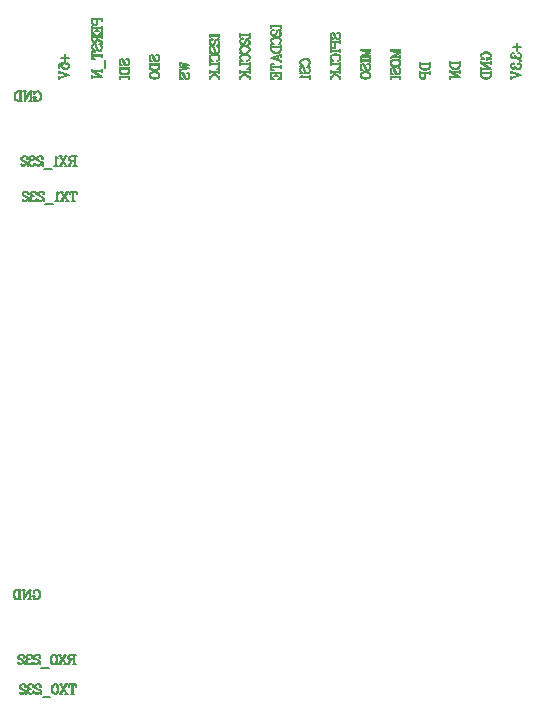
<source format=gbo>
%FSLAX44Y44*%
%MOMM*%
G71*
G01*
G75*
G04 Layer_Color=32896*
%ADD10R,0.6000X2.2000*%
%ADD11R,2.0000X1.5000*%
%ADD12R,0.8000X0.6000*%
%ADD13R,0.6000X0.8000*%
%ADD14R,1.2700X1.5240*%
%ADD15R,1.2700X1.2700*%
%ADD16R,0.8000X0.9000*%
%ADD17R,0.8000X0.4000*%
%ADD18O,3.3000X1.5000*%
%ADD19C,0.2540*%
%ADD20C,0.7620*%
%ADD21C,0.5080*%
%ADD22R,2.6590X2.6992*%
%ADD23R,3.6830X1.3208*%
%ADD24O,5.0800X2.5400*%
%ADD25O,2.5400X5.0800*%
%ADD26P,1.7046X8X112.5*%
%ADD27C,1.5748*%
%ADD28C,1.5750*%
%ADD29O,3.0000X5.0000*%
%ADD30C,2.5000*%
%ADD31C,3.2500*%
%ADD32C,1.2000*%
%ADD33O,1.5000X1.2000*%
%ADD34C,1.5000*%
%ADD35C,3.2000*%
%ADD36R,1.5000X1.5000*%
%ADD37C,1.3000*%
%ADD38R,1.2000X1.2000*%
%ADD39R,1.3000X1.3000*%
%ADD40O,0.9000X1.4000*%
%ADD41C,4.0000*%
%ADD42C,0.7112*%
%ADD43C,0.8000*%
%ADD44C,1.2700*%
%ADD45C,1.0160*%
%ADD46R,2.6082X2.7000*%
%ADD47C,1.1000*%
%ADD48C,0.2000*%
%ADD49C,0.2500*%
%ADD50C,0.2032*%
%ADD51C,0.1500*%
%ADD52C,0.1001*%
%ADD53C,0.1000*%
%ADD54C,0.3048*%
%ADD55C,0.1270*%
%ADD56C,0.1016*%
%ADD57C,0.1200*%
%ADD58C,0.1524*%
%ADD59R,0.8032X2.4032*%
%ADD60R,2.2032X1.7032*%
%ADD61R,1.0032X0.8032*%
%ADD62R,0.8032X1.0032*%
%ADD63R,1.4732X1.7272*%
%ADD64R,1.4732X1.4732*%
%ADD65R,1.0032X1.1032*%
%ADD66R,1.0032X0.6032*%
%ADD67O,3.5032X1.7032*%
%ADD68O,5.2832X2.7432*%
%ADD69O,2.7432X5.2832*%
%ADD70P,1.9245X8X112.5*%
%ADD71C,1.7780*%
%ADD72C,1.7782*%
%ADD73O,3.2032X5.2032*%
%ADD74C,2.7032*%
%ADD75C,3.4532*%
%ADD76C,1.4032*%
%ADD77O,1.7032X1.4032*%
%ADD78C,1.7032*%
%ADD79C,3.4032*%
%ADD80R,1.7032X1.7032*%
%ADD81C,1.5032*%
%ADD82R,1.4032X1.4032*%
%ADD83R,1.5032X1.5032*%
%ADD84O,1.1032X1.6032*%
%ADD85C,4.2032*%
%ADD86C,1.3032*%
D51*
X327002Y925995D02*
X335000D01*
X327002Y925614D02*
X335000D01*
X327002Y927137D02*
Y924471D01*
X335000Y927137D02*
Y924471D01*
X328525Y922643D02*
X328906Y922262D01*
X329287Y922643D01*
X328906Y923024D01*
X328525D01*
X327763Y922643D01*
X327383Y922262D01*
X327002Y921120D01*
Y919596D01*
X327383Y918454D01*
X327763Y918073D01*
X328525Y917692D01*
X329287D01*
X330049Y918073D01*
X330810Y919215D01*
X331572Y921120D01*
X331953Y921881D01*
X332715Y922643D01*
X333857Y923024D01*
X335000D01*
X327002Y919596D02*
X327383Y918835D01*
X327763Y918454D01*
X328525Y918073D01*
X329287D01*
X330049Y918454D01*
X330810Y919596D01*
X331572Y921120D01*
X334238Y923024D02*
X333857Y922643D01*
Y921881D01*
X334619Y919977D01*
Y918835D01*
X334238Y918073D01*
X333857Y917692D01*
X333096D01*
X333857Y921881D02*
X335000Y919977D01*
Y918454D01*
X334619Y918073D01*
X333857Y917692D01*
X328144Y911179D02*
X329287Y910798D01*
X327002D01*
X328144Y911179D01*
X327383Y911941D01*
X327002Y913083D01*
Y913845D01*
X327383Y914988D01*
X328144Y915749D01*
X328906Y916130D01*
X330049Y916511D01*
X331953D01*
X333096Y916130D01*
X333857Y915749D01*
X334619Y914988D01*
X335000Y913845D01*
Y913083D01*
X334619Y911941D01*
X333857Y911179D01*
X333096Y910798D01*
X327002Y913845D02*
X327383Y914607D01*
X328144Y915368D01*
X328906Y915749D01*
X330049Y916130D01*
X331953D01*
X333096Y915749D01*
X333857Y915368D01*
X334619Y914607D01*
X335000Y913845D01*
X327002Y908513D02*
X335000D01*
X327002Y908132D02*
X335000D01*
X327002Y909656D02*
Y905847D01*
X327383Y904704D01*
X328144Y903942D01*
X328906Y903561D01*
X330049Y903181D01*
X331953D01*
X333096Y903561D01*
X333857Y903942D01*
X334619Y904704D01*
X335000Y905847D01*
Y909656D01*
X327002Y905847D02*
X327383Y905085D01*
X328144Y904323D01*
X328906Y903942D01*
X330049Y903561D01*
X331953D01*
X333096Y903942D01*
X333857Y904323D01*
X334619Y905085D01*
X335000Y905847D01*
X327002Y898686D02*
X335000Y901352D01*
X327002Y898686D02*
X335000Y896020D01*
X328144Y898686D02*
X335000Y896401D01*
X332715Y900591D02*
Y897163D01*
X335000Y902114D02*
Y899829D01*
Y897544D02*
Y895258D01*
X327002Y891564D02*
X335000D01*
X327002Y891183D02*
X335000D01*
X327002Y893849D02*
X329287Y894230D01*
X327002D01*
Y888517D01*
X329287D01*
X327002Y888898D01*
X335000Y892707D02*
Y890041D01*
X327002Y886232D02*
X335000D01*
X327002Y885851D02*
X335000D01*
X329287Y883566D02*
X332334D01*
X327002Y887374D02*
Y881281D01*
X329287D01*
X327002Y881661D01*
X330810Y885851D02*
Y883566D01*
X335000Y887374D02*
Y881281D01*
X332715D01*
X335000Y881661D01*
X478506Y894916D02*
X486504D01*
X478506Y894535D02*
X486504D01*
X478506Y896058D02*
Y892250D01*
X478887Y891107D01*
X479648Y890345D01*
X480410Y889964D01*
X481553Y889584D01*
X483457D01*
X484600Y889964D01*
X485361Y890345D01*
X486123Y891107D01*
X486504Y892250D01*
Y896058D01*
X478506Y892250D02*
X478887Y891488D01*
X479648Y890726D01*
X480410Y890345D01*
X481553Y889964D01*
X483457D01*
X484600Y890345D01*
X485361Y890726D01*
X486123Y891488D01*
X486504Y892250D01*
X478506Y887374D02*
X486504D01*
X478506Y886994D02*
X485742Y882423D01*
X479267Y886994D02*
X486504Y882423D01*
X478506D02*
X486504D01*
X478506Y888517D02*
Y886994D01*
Y883566D02*
Y881281D01*
X486504Y888517D02*
Y886232D01*
X453106Y894154D02*
X461104D01*
X453106Y893773D02*
X461104D01*
X453106Y895297D02*
Y891488D01*
X453487Y890345D01*
X454248Y889584D01*
X455010Y889203D01*
X456153Y888822D01*
X458057D01*
X459200Y889203D01*
X459961Y889584D01*
X460723Y890345D01*
X461104Y891488D01*
Y895297D01*
X453106Y891488D02*
X453487Y890726D01*
X454248Y889964D01*
X455010Y889584D01*
X456153Y889203D01*
X458057D01*
X459200Y889584D01*
X459961Y889964D01*
X460723Y890726D01*
X461104Y891488D01*
X453106Y886613D02*
X461104D01*
X453106Y886232D02*
X461104D01*
X453106Y887755D02*
Y883185D01*
X453487Y882042D01*
X453867Y881661D01*
X454629Y881281D01*
X455772D01*
X456534Y881661D01*
X456914Y882042D01*
X457295Y883185D01*
Y886232D01*
X453106Y883185D02*
X453487Y882423D01*
X453867Y882042D01*
X454629Y881661D01*
X455772D01*
X456534Y882042D01*
X456914Y882423D01*
X457295Y883185D01*
X461104Y887755D02*
Y885089D01*
X428019Y905428D02*
X436017D01*
X428019Y905047D02*
X434875Y902762D01*
X428019Y905428D02*
X436017Y902762D01*
X428019Y900096D02*
X436017Y902762D01*
X428019Y900096D02*
X436017D01*
X428019Y899715D02*
X436017D01*
X428019Y906570D02*
Y905047D01*
Y900096D02*
Y898572D01*
X436017Y906570D02*
Y904285D01*
Y901238D02*
Y898572D01*
X428019Y894992D02*
X428400Y896134D01*
X429161Y896896D01*
X429923Y897277D01*
X431447Y897658D01*
X432589D01*
X434113Y897277D01*
X434875Y896896D01*
X435636Y896134D01*
X436017Y894992D01*
Y894230D01*
X435636Y893087D01*
X434875Y892326D01*
X434113Y891945D01*
X432589Y891564D01*
X431447D01*
X429923Y891945D01*
X429161Y892326D01*
X428400Y893087D01*
X428019Y894230D01*
Y894992D01*
X428400Y895754D01*
X429161Y896515D01*
X429923Y896896D01*
X431447Y897277D01*
X432589D01*
X434113Y896896D01*
X434875Y896515D01*
X435636Y895754D01*
X436017Y894992D01*
Y894230D02*
X435636Y893468D01*
X434875Y892707D01*
X434113Y892326D01*
X432589Y891945D01*
X431447D01*
X429923Y892326D01*
X429161Y892707D01*
X428400Y893468D01*
X428019Y894230D01*
X429161Y885508D02*
X428019Y885127D01*
X430304D01*
X429161Y885508D01*
X428400Y886270D01*
X428019Y887412D01*
Y888555D01*
X428400Y889698D01*
X429161Y890460D01*
X429923D01*
X430685Y890079D01*
X431066Y889698D01*
X431447Y888936D01*
X432209Y886651D01*
X432589Y885889D01*
X433351Y885127D01*
X429923Y890460D02*
X430685Y889698D01*
X431066Y888936D01*
X431828Y886651D01*
X432209Y885889D01*
X432589Y885508D01*
X433351Y885127D01*
X434875D01*
X435636Y885889D01*
X436017Y887032D01*
Y888174D01*
X435636Y889317D01*
X434875Y890079D01*
X433732Y890460D01*
X436017D01*
X434875Y890079D01*
X428019Y882804D02*
X436017D01*
X428019Y882423D02*
X436017D01*
X428019Y883947D02*
Y881281D01*
X436017Y883947D02*
Y881281D01*
X402507Y905770D02*
X410505D01*
X402507Y905390D02*
X409362Y903104D01*
X402507Y905770D02*
X410505Y903104D01*
X402507Y900438D02*
X410505Y903104D01*
X402507Y900438D02*
X410505D01*
X402507Y900057D02*
X410505D01*
X402507Y906913D02*
Y905390D01*
Y900438D02*
Y898915D01*
X410505Y906913D02*
Y904628D01*
Y901581D02*
Y898915D01*
X402507Y896858D02*
X410505D01*
X402507Y896477D02*
X410505D01*
X402507Y898001D02*
Y895335D01*
X410505Y898001D02*
Y895335D01*
X403649Y888936D02*
X402507Y888555D01*
X404792D01*
X403649Y888936D01*
X402888Y889698D01*
X402507Y890840D01*
Y891983D01*
X402888Y893126D01*
X403649Y893887D01*
X404411D01*
X405173Y893506D01*
X405554Y893126D01*
X405935Y892364D01*
X406696Y890079D01*
X407077Y889317D01*
X407839Y888555D01*
X404411Y893887D02*
X405173Y893126D01*
X405554Y892364D01*
X406315Y890079D01*
X406696Y889317D01*
X407077Y888936D01*
X407839Y888555D01*
X409362D01*
X410124Y889317D01*
X410505Y890460D01*
Y891602D01*
X410124Y892745D01*
X409362Y893506D01*
X408220Y893887D01*
X410505D01*
X409362Y893506D01*
X402507Y884708D02*
X402888Y885851D01*
X403649Y886613D01*
X404411Y886994D01*
X405935Y887374D01*
X407077D01*
X408601Y886994D01*
X409362Y886613D01*
X410124Y885851D01*
X410505Y884708D01*
Y883947D01*
X410124Y882804D01*
X409362Y882042D01*
X408601Y881661D01*
X407077Y881281D01*
X405935D01*
X404411Y881661D01*
X403649Y882042D01*
X402888Y882804D01*
X402507Y883947D01*
Y884708D01*
X402888Y885470D01*
X403649Y886232D01*
X404411Y886613D01*
X405935Y886994D01*
X407077D01*
X408601Y886613D01*
X409362Y886232D01*
X410124Y885470D01*
X410505Y884708D01*
Y883947D02*
X410124Y883185D01*
X409362Y882423D01*
X408601Y882042D01*
X407077Y881661D01*
X405935D01*
X404411Y882042D01*
X403649Y882423D01*
X402888Y883185D01*
X402507Y883947D01*
X378137Y915445D02*
X376995Y915064D01*
X379280D01*
X378137Y915445D01*
X377376Y916206D01*
X376995Y917349D01*
Y918492D01*
X377376Y919634D01*
X378137Y920396D01*
X378899D01*
X379661Y920015D01*
X380042Y919634D01*
X380423Y918873D01*
X381184Y916587D01*
X381565Y915826D01*
X382327Y915064D01*
X378899Y920396D02*
X379661Y919634D01*
X380042Y918873D01*
X380803Y916587D01*
X381184Y915826D01*
X381565Y915445D01*
X382327Y915064D01*
X383850D01*
X384612Y915826D01*
X384993Y916968D01*
Y918111D01*
X384612Y919253D01*
X383850Y920015D01*
X382708Y920396D01*
X384993D01*
X383850Y920015D01*
X376995Y912740D02*
X384993D01*
X376995Y912360D02*
X384993D01*
X376995Y913883D02*
Y909313D01*
X377376Y908170D01*
X377756Y907789D01*
X378518Y907408D01*
X379661D01*
X380423Y907789D01*
X380803Y908170D01*
X381184Y909313D01*
Y912360D01*
X376995Y909313D02*
X377376Y908551D01*
X377756Y908170D01*
X378518Y907789D01*
X379661D01*
X380423Y908170D01*
X380803Y908551D01*
X381184Y909313D01*
X384993Y913883D02*
Y911217D01*
X376995Y905199D02*
X384993D01*
X376995Y904818D02*
X384993D01*
X376995Y906342D02*
Y903676D01*
X384993Y906342D02*
Y903676D01*
X378137Y896896D02*
X379280Y896515D01*
X376995D01*
X378137Y896896D01*
X377376Y897658D01*
X376995Y898801D01*
Y899562D01*
X377376Y900705D01*
X378137Y901467D01*
X378899Y901848D01*
X380042Y902228D01*
X381946D01*
X383089Y901848D01*
X383850Y901467D01*
X384612Y900705D01*
X384993Y899562D01*
Y898801D01*
X384612Y897658D01*
X383850Y896896D01*
X383089Y896515D01*
X376995Y899562D02*
X377376Y900324D01*
X378137Y901086D01*
X378899Y901467D01*
X380042Y901848D01*
X381946D01*
X383089Y901467D01*
X383850Y901086D01*
X384612Y900324D01*
X384993Y899562D01*
X376995Y894230D02*
X384993D01*
X376995Y893849D02*
X384993D01*
X376995Y895373D02*
Y892707D01*
X384993Y895373D02*
Y889660D01*
X382708D01*
X384993Y890041D01*
X376995Y887374D02*
X384993D01*
X376995Y886994D02*
X384993D01*
X376995Y882042D02*
X381946Y886994D01*
X380423Y885089D02*
X384993Y882042D01*
X380423Y885470D02*
X384993Y882423D01*
X376995Y888517D02*
Y885851D01*
Y883566D02*
Y881281D01*
X384993Y888517D02*
Y885851D01*
Y883566D02*
Y881281D01*
X352625Y892745D02*
X353768Y892364D01*
X351483D01*
X352625Y892745D01*
X351864Y893506D01*
X351483Y894649D01*
Y895411D01*
X351864Y896553D01*
X352625Y897315D01*
X353387Y897696D01*
X354530Y898077D01*
X356434D01*
X357576Y897696D01*
X358338Y897315D01*
X359100Y896553D01*
X359481Y895411D01*
Y894649D01*
X359100Y893506D01*
X358338Y892745D01*
X357576Y892364D01*
X351483Y895411D02*
X351864Y896172D01*
X352625Y896934D01*
X353387Y897315D01*
X354530Y897696D01*
X356434D01*
X357576Y897315D01*
X358338Y896934D01*
X359100Y896172D01*
X359481Y895411D01*
X352625Y886270D02*
X351483Y885889D01*
X353768D01*
X352625Y886270D01*
X351864Y887032D01*
X351483Y888174D01*
Y889317D01*
X351864Y890460D01*
X352625Y891221D01*
X353387D01*
X354149Y890840D01*
X354530Y890460D01*
X354910Y889698D01*
X355672Y887412D01*
X356053Y886651D01*
X356815Y885889D01*
X353387Y891221D02*
X354149Y890460D01*
X354530Y889698D01*
X355291Y887412D01*
X355672Y886651D01*
X356053Y886270D01*
X356815Y885889D01*
X358338D01*
X359100Y886651D01*
X359481Y887793D01*
Y888936D01*
X359100Y890079D01*
X358338Y890840D01*
X357196Y891221D01*
X359481D01*
X358338Y890840D01*
X353006Y884708D02*
X352625Y883947D01*
X351483Y882804D01*
X359481D01*
X351864Y883185D02*
X359481D01*
Y884708D02*
Y881281D01*
X300458Y918568D02*
X308457D01*
X300458Y918187D02*
X308457D01*
X300458Y919710D02*
Y917044D01*
X308457Y919710D02*
Y917044D01*
X301982Y915216D02*
X302363Y914835D01*
X302744Y915216D01*
X302363Y915597D01*
X301982D01*
X301220Y915216D01*
X300839Y914835D01*
X300458Y913693D01*
Y912169D01*
X300839Y911027D01*
X301220Y910646D01*
X301982Y910265D01*
X302744D01*
X303505Y910646D01*
X304267Y911788D01*
X305029Y913693D01*
X305410Y914454D01*
X306171Y915216D01*
X307314Y915597D01*
X308457D01*
X300458Y912169D02*
X300839Y911407D01*
X301220Y911027D01*
X301982Y910646D01*
X302744D01*
X303505Y911027D01*
X304267Y912169D01*
X305029Y913693D01*
X307695Y915597D02*
X307314Y915216D01*
Y914454D01*
X308076Y912550D01*
Y911407D01*
X307695Y910646D01*
X307314Y910265D01*
X306552D01*
X307314Y914454D02*
X308457Y912550D01*
Y911027D01*
X308076Y910646D01*
X307314Y910265D01*
X301601Y903752D02*
X302744Y903371D01*
X300458D01*
X301601Y903752D01*
X300839Y904514D01*
X300458Y905656D01*
Y906418D01*
X300839Y907561D01*
X301601Y908322D01*
X302363Y908703D01*
X303505Y909084D01*
X305410D01*
X306552Y908703D01*
X307314Y908322D01*
X308076Y907561D01*
X308457Y906418D01*
Y905656D01*
X308076Y904514D01*
X307314Y903752D01*
X306552Y903371D01*
X300458Y906418D02*
X300839Y907180D01*
X301601Y907942D01*
X302363Y908322D01*
X303505Y908703D01*
X305410D01*
X306552Y908322D01*
X307314Y907942D01*
X308076Y907180D01*
X308457Y906418D01*
X301601Y896896D02*
X302744Y896515D01*
X300458D01*
X301601Y896896D01*
X300839Y897658D01*
X300458Y898801D01*
Y899562D01*
X300839Y900705D01*
X301601Y901467D01*
X302363Y901848D01*
X303505Y902228D01*
X305410D01*
X306552Y901848D01*
X307314Y901467D01*
X308076Y900705D01*
X308457Y899562D01*
Y898801D01*
X308076Y897658D01*
X307314Y896896D01*
X306552Y896515D01*
X300458Y899562D02*
X300839Y900324D01*
X301601Y901086D01*
X302363Y901467D01*
X303505Y901848D01*
X305410D01*
X306552Y901467D01*
X307314Y901086D01*
X308076Y900324D01*
X308457Y899562D01*
X300458Y894230D02*
X308457D01*
X300458Y893849D02*
X308457D01*
X300458Y895373D02*
Y892707D01*
X308457Y895373D02*
Y889660D01*
X306171D01*
X308457Y890041D01*
X300458Y887374D02*
X308457D01*
X300458Y886994D02*
X308457D01*
X300458Y882042D02*
X305410Y886994D01*
X303886Y885089D02*
X308457Y882042D01*
X303886Y885470D02*
X308457Y882423D01*
X300458Y888517D02*
Y885851D01*
Y883566D02*
Y881281D01*
X308457Y888517D02*
Y885851D01*
Y883566D02*
Y881281D01*
X274946Y918225D02*
X282945D01*
X274946Y917844D02*
X282945D01*
X274946Y919368D02*
Y916702D01*
X282945Y919368D02*
Y916702D01*
X276470Y914873D02*
X276851Y914492D01*
X277232Y914873D01*
X276851Y915254D01*
X276470D01*
X275708Y914873D01*
X275327Y914492D01*
X274946Y913350D01*
Y911826D01*
X275327Y910684D01*
X275708Y910303D01*
X276470Y909922D01*
X277232D01*
X277993Y910303D01*
X278755Y911445D01*
X279517Y913350D01*
X279898Y914112D01*
X280659Y914873D01*
X281802Y915254D01*
X282945D01*
X274946Y911826D02*
X275327Y911065D01*
X275708Y910684D01*
X276470Y910303D01*
X277232D01*
X277993Y910684D01*
X278755Y911826D01*
X279517Y913350D01*
X282183Y915254D02*
X281802Y914873D01*
Y914112D01*
X282564Y912207D01*
Y911065D01*
X282183Y910303D01*
X281802Y909922D01*
X281040D01*
X281802Y914112D02*
X282945Y912207D01*
Y910684D01*
X282564Y910303D01*
X281802Y909922D01*
X276089Y903790D02*
X274946Y903409D01*
X277232D01*
X276089Y903790D01*
X275327Y904552D01*
X274946Y905694D01*
Y906837D01*
X275327Y907980D01*
X276089Y908741D01*
X276851D01*
X277612Y908360D01*
X277993Y907980D01*
X278374Y907218D01*
X279136Y904933D01*
X279517Y904171D01*
X280278Y903409D01*
X276851Y908741D02*
X277612Y907980D01*
X277993Y907218D01*
X278755Y904933D01*
X279136Y904171D01*
X279517Y903790D01*
X280278Y903409D01*
X281802D01*
X282564Y904171D01*
X282945Y905313D01*
Y906456D01*
X282564Y907599D01*
X281802Y908360D01*
X280659Y908741D01*
X282945D01*
X281802Y908360D01*
X276089Y896896D02*
X277232Y896515D01*
X274946D01*
X276089Y896896D01*
X275327Y897658D01*
X274946Y898801D01*
Y899562D01*
X275327Y900705D01*
X276089Y901467D01*
X276851Y901848D01*
X277993Y902228D01*
X279898D01*
X281040Y901848D01*
X281802Y901467D01*
X282564Y900705D01*
X282945Y899562D01*
Y898801D01*
X282564Y897658D01*
X281802Y896896D01*
X281040Y896515D01*
X274946Y899562D02*
X275327Y900324D01*
X276089Y901086D01*
X276851Y901467D01*
X277993Y901848D01*
X279898D01*
X281040Y901467D01*
X281802Y901086D01*
X282564Y900324D01*
X282945Y899562D01*
X274946Y894230D02*
X282945D01*
X274946Y893849D02*
X282945D01*
X274946Y895373D02*
Y892707D01*
X282945Y895373D02*
Y889660D01*
X280659D01*
X282945Y890041D01*
X274946Y887374D02*
X282945D01*
X274946Y886994D02*
X282945D01*
X274946Y882042D02*
X279898Y886994D01*
X278374Y885089D02*
X282945Y882042D01*
X278374Y885470D02*
X282945Y882423D01*
X274946Y888517D02*
Y885851D01*
Y883566D02*
Y881281D01*
X282945Y888517D02*
Y885851D01*
Y883566D02*
Y881281D01*
X249434Y894725D02*
X257432Y893202D01*
X249434Y894344D02*
X255528Y893202D01*
X249434Y891678D02*
X257432Y893202D01*
X249434Y891678D02*
X257432Y890155D01*
X249434Y891297D02*
X255528Y890155D01*
X249434Y888631D02*
X257432Y890155D01*
X249434Y895868D02*
Y893202D01*
Y889774D02*
Y887489D01*
X250577Y881661D02*
X249434Y881281D01*
X251719D01*
X250577Y881661D01*
X249815Y882423D01*
X249434Y883566D01*
Y884708D01*
X249815Y885851D01*
X250577Y886613D01*
X251339D01*
X252100Y886232D01*
X252481Y885851D01*
X252862Y885089D01*
X253624Y882804D01*
X254005Y882042D01*
X254766Y881281D01*
X251339Y886613D02*
X252100Y885851D01*
X252481Y885089D01*
X253243Y882804D01*
X253624Y882042D01*
X254005Y881661D01*
X254766Y881281D01*
X256290D01*
X257052Y882042D01*
X257432Y883185D01*
Y884327D01*
X257052Y885470D01*
X256290Y886232D01*
X255147Y886613D01*
X257432D01*
X256290Y886232D01*
X225065Y896477D02*
X223922Y896096D01*
X226207D01*
X225065Y896477D01*
X224303Y897239D01*
X223922Y898382D01*
Y899524D01*
X224303Y900667D01*
X225065Y901429D01*
X225826D01*
X226588Y901048D01*
X226969Y900667D01*
X227350Y899905D01*
X228112Y897620D01*
X228493Y896858D01*
X229254Y896096D01*
X225826Y901429D02*
X226588Y900667D01*
X226969Y899905D01*
X227731Y897620D01*
X228112Y896858D01*
X228493Y896477D01*
X229254Y896096D01*
X230778D01*
X231539Y896858D01*
X231920Y898001D01*
Y899143D01*
X231539Y900286D01*
X230778Y901048D01*
X229635Y901429D01*
X231920D01*
X230778Y901048D01*
X223922Y893773D02*
X231920D01*
X223922Y893392D02*
X231920D01*
X223922Y894916D02*
Y891107D01*
X224303Y889964D01*
X225065Y889203D01*
X225826Y888822D01*
X226969Y888441D01*
X228873D01*
X230016Y888822D01*
X230778Y889203D01*
X231539Y889964D01*
X231920Y891107D01*
Y894916D01*
X223922Y891107D02*
X224303Y890345D01*
X225065Y889584D01*
X225826Y889203D01*
X226969Y888822D01*
X228873D01*
X230016Y889203D01*
X230778Y889584D01*
X231539Y890345D01*
X231920Y891107D01*
X223922Y884708D02*
X224303Y885851D01*
X225065Y886613D01*
X225826Y886994D01*
X227350Y887374D01*
X228493D01*
X230016Y886994D01*
X230778Y886613D01*
X231539Y885851D01*
X231920Y884708D01*
Y883947D01*
X231539Y882804D01*
X230778Y882042D01*
X230016Y881661D01*
X228493Y881281D01*
X227350D01*
X225826Y881661D01*
X225065Y882042D01*
X224303Y882804D01*
X223922Y883947D01*
Y884708D01*
X224303Y885470D01*
X225065Y886232D01*
X225826Y886613D01*
X227350Y886994D01*
X228493D01*
X230016Y886613D01*
X230778Y886232D01*
X231539Y885470D01*
X231920Y884708D01*
Y883947D02*
X231539Y883185D01*
X230778Y882423D01*
X230016Y882042D01*
X228493Y881661D01*
X227350D01*
X225826Y882042D01*
X225065Y882423D01*
X224303Y883185D01*
X223922Y883947D01*
X199552Y893049D02*
X198410Y892669D01*
X200695D01*
X199552Y893049D01*
X198791Y893811D01*
X198410Y894954D01*
Y896096D01*
X198791Y897239D01*
X199552Y898001D01*
X200314D01*
X201076Y897620D01*
X201457Y897239D01*
X201838Y896477D01*
X202600Y894192D01*
X202980Y893430D01*
X203742Y892669D01*
X200314Y898001D02*
X201076Y897239D01*
X201457Y896477D01*
X202219Y894192D01*
X202600Y893430D01*
X202980Y893049D01*
X203742Y892669D01*
X205266D01*
X206027Y893430D01*
X206408Y894573D01*
Y895715D01*
X206027Y896858D01*
X205266Y897620D01*
X204123Y898001D01*
X206408D01*
X205266Y897620D01*
X198410Y890345D02*
X206408D01*
X198410Y889964D02*
X206408D01*
X198410Y891488D02*
Y887679D01*
X198791Y886536D01*
X199552Y885775D01*
X200314Y885394D01*
X201457Y885013D01*
X203361D01*
X204504Y885394D01*
X205266Y885775D01*
X206027Y886536D01*
X206408Y887679D01*
Y891488D01*
X198410Y887679D02*
X198791Y886917D01*
X199552Y886156D01*
X200314Y885775D01*
X201457Y885394D01*
X203361D01*
X204504Y885775D01*
X205266Y886156D01*
X206027Y886917D01*
X206408Y887679D01*
X198410Y882804D02*
X206408D01*
X198410Y882423D02*
X206408D01*
X198410Y883947D02*
Y881281D01*
X206408Y883947D02*
Y881281D01*
X175390Y932053D02*
X183388D01*
X175390Y931673D02*
X183388D01*
X175390Y933196D02*
Y928625D01*
X175771Y927483D01*
X176151Y927102D01*
X176913Y926721D01*
X178056D01*
X178818Y927102D01*
X179198Y927483D01*
X179579Y928625D01*
Y931673D01*
X175390Y928625D02*
X175771Y927864D01*
X176151Y927483D01*
X176913Y927102D01*
X178056D01*
X178818Y927483D01*
X179198Y927864D01*
X179579Y928625D01*
X183388Y933196D02*
Y930530D01*
X175390Y924512D02*
X183388D01*
X175390Y924131D02*
X183388D01*
X177675Y921846D02*
X180722D01*
X175390Y925655D02*
Y919561D01*
X177675D01*
X175390Y919942D01*
X179198Y924131D02*
Y921846D01*
X183388Y925655D02*
Y919561D01*
X181103D01*
X183388Y919942D01*
X175390Y917314D02*
X183388D01*
X175390Y916933D02*
X183388D01*
X175390Y918456D02*
Y913886D01*
X175771Y912743D01*
X176151Y912362D01*
X176913Y911982D01*
X177675D01*
X178437Y912362D01*
X178818Y912743D01*
X179198Y913886D01*
Y916933D01*
X175390Y913886D02*
X175771Y913124D01*
X176151Y912743D01*
X176913Y912362D01*
X177675D01*
X178437Y912743D01*
X178818Y913124D01*
X179198Y913886D01*
X183388Y918456D02*
Y915790D01*
X179198Y915028D02*
X179579Y914267D01*
X179960Y913886D01*
X182626Y912743D01*
X183007Y912362D01*
Y911982D01*
X182626Y911601D01*
X179579Y914267D02*
X180341Y913886D01*
X183007Y913124D01*
X183388Y912743D01*
Y911982D01*
X182626Y911601D01*
X182245D01*
X176532Y905621D02*
X175390Y905240D01*
X177675D01*
X176532Y905621D01*
X175771Y906383D01*
X175390Y907525D01*
Y908668D01*
X175771Y909810D01*
X176532Y910572D01*
X177294D01*
X178056Y910191D01*
X178437Y909810D01*
X178818Y909049D01*
X179579Y906764D01*
X179960Y906002D01*
X180722Y905240D01*
X177294Y910572D02*
X178056Y909810D01*
X178437Y909049D01*
X179198Y906764D01*
X179579Y906002D01*
X179960Y905621D01*
X180722Y905240D01*
X182245D01*
X183007Y906002D01*
X183388Y907144D01*
Y908287D01*
X183007Y909430D01*
X182245Y910191D01*
X181103Y910572D01*
X183388D01*
X182245Y910191D01*
X175390Y901393D02*
X183388D01*
X175390Y901012D02*
X183388D01*
X175390Y903679D02*
X177675Y904059D01*
X175390D01*
Y898346D01*
X177675D01*
X175390Y898727D01*
X183388Y902536D02*
Y899870D01*
X186054Y896823D02*
Y890348D01*
X175390Y888177D02*
X183388D01*
X175390Y887796D02*
X182626Y883226D01*
X176151Y887796D02*
X183388Y883226D01*
X175390D02*
X183388D01*
X175390Y889320D02*
Y887796D01*
Y884368D02*
Y882083D01*
X183388Y889320D02*
Y887034D01*
X505698Y898534D02*
X506841Y898153D01*
X504555D01*
X505698Y898534D01*
X504936Y899296D01*
X504555Y900438D01*
Y901200D01*
X504936Y902343D01*
X505698Y903104D01*
X506460Y903485D01*
X507602Y903866D01*
X509507D01*
X510649Y903485D01*
X511411Y903104D01*
X512173Y902343D01*
X512554Y901200D01*
Y900438D01*
X512173Y899296D01*
X511411Y898534D01*
X504555Y901200D02*
X504936Y901962D01*
X505698Y902723D01*
X506460Y903104D01*
X507602Y903485D01*
X509507D01*
X510649Y903104D01*
X511411Y902723D01*
X512173Y901962D01*
X512554Y901200D01*
X509507Y898534D02*
X512554D01*
X509507Y898153D02*
X512554D01*
X509507Y899677D02*
Y897010D01*
X504555Y894839D02*
X512554D01*
X504555Y894459D02*
X511792Y889888D01*
X505317Y894459D02*
X512554Y889888D01*
X504555D02*
X512554D01*
X504555Y895982D02*
Y894459D01*
Y891031D02*
Y888745D01*
X512554Y895982D02*
Y893697D01*
X504555Y886613D02*
X512554D01*
X504555Y886232D02*
X512554D01*
X504555Y887755D02*
Y883947D01*
X504936Y882804D01*
X505698Y882042D01*
X506460Y881661D01*
X507602Y881281D01*
X509507D01*
X510649Y881661D01*
X511411Y882042D01*
X512173Y882804D01*
X512554Y883947D01*
Y887755D01*
X504555Y883947D02*
X504936Y883185D01*
X505698Y882423D01*
X506460Y882042D01*
X507602Y881661D01*
X509507D01*
X510649Y882042D01*
X511411Y882423D01*
X512173Y883185D01*
X512554Y883947D01*
X531210Y908018D02*
X538066D01*
X534638Y911445D02*
Y904590D01*
X531591Y903181D02*
X531972Y902800D01*
X532353Y903181D01*
X531972Y903561D01*
X531591D01*
X530829Y903181D01*
X530448Y902800D01*
X530067Y901657D01*
Y900134D01*
X530448Y898991D01*
X531210Y898610D01*
X532353D01*
X533114Y898991D01*
X533495Y900134D01*
Y901276D01*
X530067Y900134D02*
X530448Y899372D01*
X531210Y898991D01*
X532353D01*
X533114Y899372D01*
X533495Y900134D01*
X533876Y899372D01*
X534638Y898610D01*
X535400Y898229D01*
X536542D01*
X537304Y898610D01*
X537685Y898991D01*
X538066Y900134D01*
Y901657D01*
X537685Y902800D01*
X537304Y903181D01*
X536542Y903561D01*
X536161D01*
X535780Y903181D01*
X536161Y902800D01*
X536542Y903181D01*
X534257Y898991D02*
X535400Y898610D01*
X536542D01*
X537304Y898991D01*
X537685Y899372D01*
X538066Y900134D01*
X537304Y896668D02*
X537685Y897048D01*
X538066Y896668D01*
X537685Y896287D01*
X537304Y896668D01*
X531591Y894268D02*
X531972Y893887D01*
X532353Y894268D01*
X531972Y894649D01*
X531591D01*
X530829Y894268D01*
X530448Y893887D01*
X530067Y892745D01*
Y891221D01*
X530448Y890079D01*
X531210Y889698D01*
X532353D01*
X533114Y890079D01*
X533495Y891221D01*
Y892364D01*
X530067Y891221D02*
X530448Y890460D01*
X531210Y890079D01*
X532353D01*
X533114Y890460D01*
X533495Y891221D01*
X533876Y890460D01*
X534638Y889698D01*
X535400Y889317D01*
X536542D01*
X537304Y889698D01*
X537685Y890079D01*
X538066Y891221D01*
Y892745D01*
X537685Y893887D01*
X537304Y894268D01*
X536542Y894649D01*
X536161D01*
X535780Y894268D01*
X536161Y893887D01*
X536542Y894268D01*
X534257Y890079D02*
X535400Y889698D01*
X536542D01*
X537304Y890079D01*
X537685Y890460D01*
X538066Y891221D01*
X530067Y887374D02*
X538066Y884708D01*
X530067Y886994D02*
X536923Y884708D01*
X530067Y882042D02*
X538066Y884708D01*
X530067Y888136D02*
Y885851D01*
Y883566D02*
Y881281D01*
X148528Y899105D02*
X155384D01*
X151956Y902533D02*
Y895677D01*
X147386Y893887D02*
X151194Y894649D01*
X150433Y893887D01*
X150052Y892745D01*
Y891602D01*
X150433Y890460D01*
X151194Y889698D01*
X152337Y889317D01*
X153099D01*
X154241Y889698D01*
X155003Y890460D01*
X155384Y891602D01*
Y892745D01*
X155003Y893887D01*
X154622Y894268D01*
X153861Y894649D01*
X153480D01*
X153099Y894268D01*
X153480Y893887D01*
X153861Y894268D01*
X150052Y891602D02*
X150433Y890840D01*
X151194Y890079D01*
X152337Y889698D01*
X153099D01*
X154241Y890079D01*
X155003Y890840D01*
X155384Y891602D01*
X147386Y893887D02*
Y890079D01*
X147767Y893887D02*
Y891983D01*
X147386Y890079D01*
Y887374D02*
X155384Y884708D01*
X147386Y886994D02*
X154241Y884708D01*
X147386Y882042D02*
X155384Y884708D01*
X147386Y888136D02*
Y885851D01*
Y883566D02*
Y881281D01*
X126690Y869504D02*
X126309Y868361D01*
Y870646D01*
X126690Y869504D01*
X127452Y870265D01*
X128594Y870646D01*
X129356D01*
X130499Y870265D01*
X131260Y869504D01*
X131641Y868742D01*
X132022Y867599D01*
Y865695D01*
X131641Y864552D01*
X131260Y863791D01*
X130499Y863029D01*
X129356Y862648D01*
X128594D01*
X127452Y863029D01*
X126690Y863791D01*
X129356Y870646D02*
X130118Y870265D01*
X130879Y869504D01*
X131260Y868742D01*
X131641Y867599D01*
Y865695D01*
X131260Y864552D01*
X130879Y863791D01*
X130118Y863029D01*
X129356Y862648D01*
X126690Y865695D02*
Y862648D01*
X126309Y865695D02*
Y862648D01*
X127832Y865695D02*
X125166D01*
X122995Y870646D02*
Y862648D01*
X122614Y870646D02*
X118044Y863410D01*
X122614Y869884D02*
X118044Y862648D01*
Y870646D02*
Y862648D01*
X124138Y870646D02*
X122614D01*
X119187D02*
X116901D01*
X124138Y862648D02*
X121853D01*
X114769Y870646D02*
Y862648D01*
X114388Y870646D02*
Y862648D01*
X115911Y870646D02*
X112102D01*
X110960Y870265D01*
X110198Y869504D01*
X109817Y868742D01*
X109436Y867599D01*
Y865695D01*
X109817Y864552D01*
X110198Y863791D01*
X110960Y863029D01*
X112102Y862648D01*
X115911D01*
X112102Y870646D02*
X111341Y870265D01*
X110579Y869504D01*
X110198Y868742D01*
X109817Y867599D01*
Y865695D01*
X110198Y864552D01*
X110579Y863791D01*
X111341Y863029D01*
X112102Y862648D01*
X160879Y815646D02*
Y807648D01*
X160499Y815646D02*
Y807648D01*
X162022Y815646D02*
X157452D01*
X156309Y815265D01*
X155928Y814884D01*
X155547Y814123D01*
Y813361D01*
X155928Y812599D01*
X156309Y812218D01*
X157452Y811837D01*
X160499D01*
X157452Y815646D02*
X156690Y815265D01*
X156309Y814884D01*
X155928Y814123D01*
Y813361D01*
X156309Y812599D01*
X156690Y812218D01*
X157452Y811837D01*
X162022Y807648D02*
X159356D01*
X158594Y811837D02*
X157832Y811457D01*
X157452Y811076D01*
X156309Y808410D01*
X155928Y808029D01*
X155547D01*
X155166Y808410D01*
X157832Y811457D02*
X157452Y810695D01*
X156690Y808029D01*
X156309Y807648D01*
X155547D01*
X155166Y808410D01*
Y808791D01*
X153376Y815646D02*
X148425Y807648D01*
X152995Y815646D02*
X148044Y807648D01*
Y815646D02*
X153376Y807648D01*
X154138Y815646D02*
X151853D01*
X149567D02*
X147282D01*
X154138Y807648D02*
X151853D01*
X149567D02*
X147282D01*
X146254Y814123D02*
X145492Y814504D01*
X144350Y815646D01*
Y807648D01*
X144731Y815265D02*
Y807648D01*
X146254D02*
X142826D01*
X141074Y804982D02*
X134599D01*
X133190Y814123D02*
X132809Y813742D01*
X133190Y813361D01*
X133571Y813742D01*
Y814123D01*
X133190Y814884D01*
X132809Y815265D01*
X131667Y815646D01*
X130143D01*
X129001Y815265D01*
X128620Y814884D01*
X128239Y814123D01*
Y813361D01*
X128620Y812599D01*
X129762Y811837D01*
X131667Y811076D01*
X132428Y810695D01*
X133190Y809933D01*
X133571Y808791D01*
Y807648D01*
X130143Y815646D02*
X129381Y815265D01*
X129001Y814884D01*
X128620Y814123D01*
Y813361D01*
X129001Y812599D01*
X130143Y811837D01*
X131667Y811076D01*
X133571Y808410D02*
X133190Y808791D01*
X132428D01*
X130524Y808029D01*
X129381D01*
X128620Y808410D01*
X128239Y808791D01*
Y809552D01*
X132428Y808791D02*
X130524Y807648D01*
X129001D01*
X128620Y808029D01*
X128239Y808791D01*
X126677Y814123D02*
X126296Y813742D01*
X126677Y813361D01*
X127058Y813742D01*
Y814123D01*
X126677Y814884D01*
X126296Y815265D01*
X125154Y815646D01*
X123630D01*
X122488Y815265D01*
X122107Y814504D01*
Y813361D01*
X122488Y812599D01*
X123630Y812218D01*
X124773D01*
X123630Y815646D02*
X122868Y815265D01*
X122488Y814504D01*
Y813361D01*
X122868Y812599D01*
X123630Y812218D01*
X122868Y811837D01*
X122107Y811076D01*
X121726Y810314D01*
Y809172D01*
X122107Y808410D01*
X122488Y808029D01*
X123630Y807648D01*
X125154D01*
X126296Y808029D01*
X126677Y808410D01*
X127058Y809172D01*
Y809552D01*
X126677Y809933D01*
X126296Y809552D01*
X126677Y809172D01*
X122488Y811457D02*
X122107Y810314D01*
Y809172D01*
X122488Y808410D01*
X122868Y808029D01*
X123630Y807648D01*
X120164Y814123D02*
X119783Y813742D01*
X120164Y813361D01*
X120545Y813742D01*
Y814123D01*
X120164Y814884D01*
X119783Y815265D01*
X118641Y815646D01*
X117117D01*
X115975Y815265D01*
X115594Y814884D01*
X115213Y814123D01*
Y813361D01*
X115594Y812599D01*
X116736Y811837D01*
X118641Y811076D01*
X119403Y810695D01*
X120164Y809933D01*
X120545Y808791D01*
Y807648D01*
X117117Y815646D02*
X116356Y815265D01*
X115975Y814884D01*
X115594Y814123D01*
Y813361D01*
X115975Y812599D01*
X117117Y811837D01*
X118641Y811076D01*
X120545Y808410D02*
X120164Y808791D01*
X119403D01*
X117498Y808029D01*
X116356D01*
X115594Y808410D01*
X115213Y808791D01*
Y809552D01*
X119403Y808791D02*
X117498Y807648D01*
X115975D01*
X115594Y808029D01*
X115213Y808791D01*
X159356Y785646D02*
Y777648D01*
X158975Y785646D02*
Y777648D01*
X161641Y785646D02*
X162022Y783361D01*
Y785646D01*
X156309D01*
Y783361D01*
X156690Y785646D01*
X160499Y777648D02*
X157832D01*
X154405Y785646D02*
X149453Y777648D01*
X154024Y785646D02*
X149072Y777648D01*
Y785646D02*
X154405Y777648D01*
X155166Y785646D02*
X152881D01*
X150596D02*
X148311D01*
X155166Y777648D02*
X152881D01*
X150596D02*
X148311D01*
X147282Y784123D02*
X146521Y784504D01*
X145378Y785646D01*
Y777648D01*
X145759Y785265D02*
Y777648D01*
X147282D02*
X143855D01*
X142102Y774982D02*
X135628D01*
X134218Y784123D02*
X133838Y783742D01*
X134218Y783361D01*
X134599Y783742D01*
Y784123D01*
X134218Y784884D01*
X133838Y785265D01*
X132695Y785646D01*
X131172D01*
X130029Y785265D01*
X129648Y784884D01*
X129267Y784123D01*
Y783361D01*
X129648Y782599D01*
X130791Y781837D01*
X132695Y781076D01*
X133457Y780695D01*
X134218Y779933D01*
X134599Y778791D01*
Y777648D01*
X131172Y785646D02*
X130410Y785265D01*
X130029Y784884D01*
X129648Y784123D01*
Y783361D01*
X130029Y782599D01*
X131172Y781837D01*
X132695Y781076D01*
X134599Y778410D02*
X134218Y778791D01*
X133457D01*
X131552Y778029D01*
X130410D01*
X129648Y778410D01*
X129267Y778791D01*
Y779552D01*
X133457Y778791D02*
X131552Y777648D01*
X130029D01*
X129648Y778029D01*
X129267Y778791D01*
X127705Y784123D02*
X127325Y783742D01*
X127705Y783361D01*
X128086Y783742D01*
Y784123D01*
X127705Y784884D01*
X127325Y785265D01*
X126182Y785646D01*
X124659D01*
X123516Y785265D01*
X123135Y784504D01*
Y783361D01*
X123516Y782599D01*
X124659Y782218D01*
X125801D01*
X124659Y785646D02*
X123897Y785265D01*
X123516Y784504D01*
Y783361D01*
X123897Y782599D01*
X124659Y782218D01*
X123897Y781837D01*
X123135Y781076D01*
X122754Y780314D01*
Y779171D01*
X123135Y778410D01*
X123516Y778029D01*
X124659Y777648D01*
X126182D01*
X127325Y778029D01*
X127705Y778410D01*
X128086Y779171D01*
Y779552D01*
X127705Y779933D01*
X127325Y779552D01*
X127705Y779171D01*
X123516Y781457D02*
X123135Y780314D01*
Y779171D01*
X123516Y778410D01*
X123897Y778029D01*
X124659Y777648D01*
X121193Y784123D02*
X120812Y783742D01*
X121193Y783361D01*
X121573Y783742D01*
Y784123D01*
X121193Y784884D01*
X120812Y785265D01*
X119669Y785646D01*
X118146D01*
X117003Y785265D01*
X116622Y784884D01*
X116241Y784123D01*
Y783361D01*
X116622Y782599D01*
X117765Y781837D01*
X119669Y781076D01*
X120431Y780695D01*
X121193Y779933D01*
X121573Y778791D01*
Y777648D01*
X118146Y785646D02*
X117384Y785265D01*
X117003Y784884D01*
X116622Y784123D01*
Y783361D01*
X117003Y782599D01*
X118146Y781837D01*
X119669Y781076D01*
X121573Y778410D02*
X121193Y778791D01*
X120431D01*
X118527Y778029D01*
X117384D01*
X116622Y778410D01*
X116241Y778791D01*
Y779552D01*
X120431Y778791D02*
X118527Y777648D01*
X117003D01*
X116622Y778029D01*
X116241Y778791D01*
X125924Y447368D02*
X125543Y446225D01*
Y448510D01*
X125924Y447368D01*
X126686Y448129D01*
X127828Y448510D01*
X128590D01*
X129733Y448129D01*
X130494Y447368D01*
X130875Y446606D01*
X131256Y445463D01*
Y443559D01*
X130875Y442416D01*
X130494Y441655D01*
X129733Y440893D01*
X128590Y440512D01*
X127828D01*
X126686Y440893D01*
X125924Y441655D01*
X128590Y448510D02*
X129352Y448129D01*
X130113Y447368D01*
X130494Y446606D01*
X130875Y445463D01*
Y443559D01*
X130494Y442416D01*
X130113Y441655D01*
X129352Y440893D01*
X128590Y440512D01*
X125924Y443559D02*
Y440512D01*
X125543Y443559D02*
Y440512D01*
X127066Y443559D02*
X124400D01*
X122229Y448510D02*
Y440512D01*
X121848Y448510D02*
X117278Y441274D01*
X121848Y447748D02*
X117278Y440512D01*
Y448510D02*
Y440512D01*
X123372Y448510D02*
X121848D01*
X118421D02*
X116135D01*
X123372Y440512D02*
X121087D01*
X114003Y448510D02*
Y440512D01*
X113622Y448510D02*
Y440512D01*
X115145Y448510D02*
X111336D01*
X110194Y448129D01*
X109432Y447368D01*
X109051Y446606D01*
X108670Y445463D01*
Y443559D01*
X109051Y442416D01*
X109432Y441655D01*
X110194Y440893D01*
X111336Y440512D01*
X115145D01*
X111336Y448510D02*
X110575Y448129D01*
X109813Y447368D01*
X109432Y446606D01*
X109051Y445463D01*
Y443559D01*
X109432Y442416D01*
X109813Y441655D01*
X110575Y440893D01*
X111336Y440512D01*
X160113Y393510D02*
Y385512D01*
X159733Y393510D02*
Y385512D01*
X161256Y393510D02*
X156686D01*
X155543Y393129D01*
X155162Y392748D01*
X154781Y391987D01*
Y391225D01*
X155162Y390463D01*
X155543Y390082D01*
X156686Y389701D01*
X159733D01*
X156686Y393510D02*
X155924Y393129D01*
X155543Y392748D01*
X155162Y391987D01*
Y391225D01*
X155543Y390463D01*
X155924Y390082D01*
X156686Y389701D01*
X161256Y385512D02*
X158590D01*
X157828Y389701D02*
X157066Y389321D01*
X156686Y388940D01*
X155543Y386274D01*
X155162Y385893D01*
X154781D01*
X154400Y386274D01*
X157066Y389321D02*
X156686Y388559D01*
X155924Y385893D01*
X155543Y385512D01*
X154781D01*
X154400Y386274D01*
Y386655D01*
X152610Y393510D02*
X147659Y385512D01*
X152229Y393510D02*
X147278Y385512D01*
Y393510D02*
X152610Y385512D01*
X153372Y393510D02*
X151087D01*
X148801D02*
X146516D01*
X153372Y385512D02*
X151087D01*
X148801D02*
X146516D01*
X143203Y393510D02*
X144345Y393129D01*
X145107Y391987D01*
X145488Y390082D01*
Y388940D01*
X145107Y387035D01*
X144345Y385893D01*
X143203Y385512D01*
X142441D01*
X141298Y385893D01*
X140537Y387035D01*
X140156Y388940D01*
Y390082D01*
X140537Y391987D01*
X141298Y393129D01*
X142441Y393510D01*
X143203D01*
X143965Y393129D01*
X144345Y392748D01*
X144726Y391987D01*
X145107Y390082D01*
Y388940D01*
X144726Y387035D01*
X144345Y386274D01*
X143965Y385893D01*
X143203Y385512D01*
X142441D02*
X141679Y385893D01*
X141298Y386274D01*
X140918Y387035D01*
X140537Y388940D01*
Y390082D01*
X140918Y391987D01*
X141298Y392748D01*
X141679Y393129D01*
X142441Y393510D01*
X138594Y382846D02*
X132119D01*
X130710Y391987D02*
X130329Y391606D01*
X130710Y391225D01*
X131091Y391606D01*
Y391987D01*
X130710Y392748D01*
X130329Y393129D01*
X129187Y393510D01*
X127663D01*
X126521Y393129D01*
X126140Y392748D01*
X125759Y391987D01*
Y391225D01*
X126140Y390463D01*
X127282Y389701D01*
X129187Y388940D01*
X129948Y388559D01*
X130710Y387797D01*
X131091Y386655D01*
Y385512D01*
X127663Y393510D02*
X126901Y393129D01*
X126521Y392748D01*
X126140Y391987D01*
Y391225D01*
X126521Y390463D01*
X127663Y389701D01*
X129187Y388940D01*
X131091Y386274D02*
X130710Y386655D01*
X129948D01*
X128044Y385893D01*
X126901D01*
X126140Y386274D01*
X125759Y386655D01*
Y387416D01*
X129948Y386655D02*
X128044Y385512D01*
X126521D01*
X126140Y385893D01*
X125759Y386655D01*
X124197Y391987D02*
X123816Y391606D01*
X124197Y391225D01*
X124578Y391606D01*
Y391987D01*
X124197Y392748D01*
X123816Y393129D01*
X122674Y393510D01*
X121150D01*
X120008Y393129D01*
X119627Y392368D01*
Y391225D01*
X120008Y390463D01*
X121150Y390082D01*
X122293D01*
X121150Y393510D02*
X120389Y393129D01*
X120008Y392368D01*
Y391225D01*
X120389Y390463D01*
X121150Y390082D01*
X120389Y389701D01*
X119627Y388940D01*
X119246Y388178D01*
Y387035D01*
X119627Y386274D01*
X120008Y385893D01*
X121150Y385512D01*
X122674D01*
X123816Y385893D01*
X124197Y386274D01*
X124578Y387035D01*
Y387416D01*
X124197Y387797D01*
X123816Y387416D01*
X124197Y387035D01*
X120008Y389321D02*
X119627Y388178D01*
Y387035D01*
X120008Y386274D01*
X120389Y385893D01*
X121150Y385512D01*
X117684Y391987D02*
X117303Y391606D01*
X117684Y391225D01*
X118065Y391606D01*
Y391987D01*
X117684Y392748D01*
X117303Y393129D01*
X116161Y393510D01*
X114637D01*
X113495Y393129D01*
X113114Y392748D01*
X112733Y391987D01*
Y391225D01*
X113114Y390463D01*
X114256Y389701D01*
X116161Y388940D01*
X116923Y388559D01*
X117684Y387797D01*
X118065Y386655D01*
Y385512D01*
X114637Y393510D02*
X113876Y393129D01*
X113495Y392748D01*
X113114Y391987D01*
Y391225D01*
X113495Y390463D01*
X114637Y389701D01*
X116161Y388940D01*
X118065Y386274D02*
X117684Y386655D01*
X116923D01*
X115018Y385893D01*
X113876D01*
X113114Y386274D01*
X112733Y386655D01*
Y387416D01*
X116923Y386655D02*
X115018Y385512D01*
X113495D01*
X113114Y385893D01*
X112733Y386655D01*
X158590Y368510D02*
Y360512D01*
X158209Y368510D02*
Y360512D01*
X160875Y368510D02*
X161256Y366225D01*
Y368510D01*
X155543D01*
Y366225D01*
X155924Y368510D01*
X159733Y360512D02*
X157066D01*
X153639Y368510D02*
X148687Y360512D01*
X153258Y368510D02*
X148306Y360512D01*
Y368510D02*
X153639Y360512D01*
X154400Y368510D02*
X152115D01*
X149830D02*
X147545D01*
X154400Y360512D02*
X152115D01*
X149830D02*
X147545D01*
X144231Y368510D02*
X145374Y368129D01*
X146135Y366987D01*
X146516Y365082D01*
Y363940D01*
X146135Y362035D01*
X145374Y360893D01*
X144231Y360512D01*
X143469D01*
X142327Y360893D01*
X141565Y362035D01*
X141184Y363940D01*
Y365082D01*
X141565Y366987D01*
X142327Y368129D01*
X143469Y368510D01*
X144231D01*
X144993Y368129D01*
X145374Y367748D01*
X145754Y366987D01*
X146135Y365082D01*
Y363940D01*
X145754Y362035D01*
X145374Y361274D01*
X144993Y360893D01*
X144231Y360512D01*
X143469D02*
X142708Y360893D01*
X142327Y361274D01*
X141946Y362035D01*
X141565Y363940D01*
Y365082D01*
X141946Y366987D01*
X142327Y367748D01*
X142708Y368129D01*
X143469Y368510D01*
X139622Y357846D02*
X133148D01*
X131739Y366987D02*
X131358Y366606D01*
X131739Y366225D01*
X132119Y366606D01*
Y366987D01*
X131739Y367748D01*
X131358Y368129D01*
X130215Y368510D01*
X128692D01*
X127549Y368129D01*
X127168Y367748D01*
X126787Y366987D01*
Y366225D01*
X127168Y365463D01*
X128311Y364701D01*
X130215Y363940D01*
X130977Y363559D01*
X131739Y362797D01*
X132119Y361655D01*
Y360512D01*
X128692Y368510D02*
X127930Y368129D01*
X127549Y367748D01*
X127168Y366987D01*
Y366225D01*
X127549Y365463D01*
X128692Y364701D01*
X130215Y363940D01*
X132119Y361274D02*
X131739Y361655D01*
X130977D01*
X129072Y360893D01*
X127930D01*
X127168Y361274D01*
X126787Y361655D01*
Y362416D01*
X130977Y361655D02*
X129072Y360512D01*
X127549D01*
X127168Y360893D01*
X126787Y361655D01*
X125226Y366987D02*
X124845Y366606D01*
X125226Y366225D01*
X125606Y366606D01*
Y366987D01*
X125226Y367748D01*
X124845Y368129D01*
X123702Y368510D01*
X122179D01*
X121036Y368129D01*
X120655Y367368D01*
Y366225D01*
X121036Y365463D01*
X122179Y365082D01*
X123321D01*
X122179Y368510D02*
X121417Y368129D01*
X121036Y367368D01*
Y366225D01*
X121417Y365463D01*
X122179Y365082D01*
X121417Y364701D01*
X120655Y363940D01*
X120274Y363178D01*
Y362035D01*
X120655Y361274D01*
X121036Y360893D01*
X122179Y360512D01*
X123702D01*
X124845Y360893D01*
X125226Y361274D01*
X125606Y362035D01*
Y362416D01*
X125226Y362797D01*
X124845Y362416D01*
X125226Y362035D01*
X121036Y364321D02*
X120655Y363178D01*
Y362035D01*
X121036Y361274D01*
X121417Y360893D01*
X122179Y360512D01*
X118713Y366987D02*
X118332Y366606D01*
X118713Y366225D01*
X119094Y366606D01*
Y366987D01*
X118713Y367748D01*
X118332Y368129D01*
X117189Y368510D01*
X115666D01*
X114523Y368129D01*
X114142Y367748D01*
X113761Y366987D01*
Y366225D01*
X114142Y365463D01*
X115285Y364701D01*
X117189Y363940D01*
X117951Y363559D01*
X118713Y362797D01*
X119094Y361655D01*
Y360512D01*
X115666Y368510D02*
X114904Y368129D01*
X114523Y367748D01*
X114142Y366987D01*
Y366225D01*
X114523Y365463D01*
X115666Y364701D01*
X117189Y363940D01*
X119094Y361274D02*
X118713Y361655D01*
X117951D01*
X116047Y360893D01*
X114904D01*
X114142Y361274D01*
X113761Y361655D01*
Y362416D01*
X117951Y361655D02*
X116047Y360512D01*
X114523D01*
X114142Y360893D01*
X113761Y361655D01*
M02*

</source>
